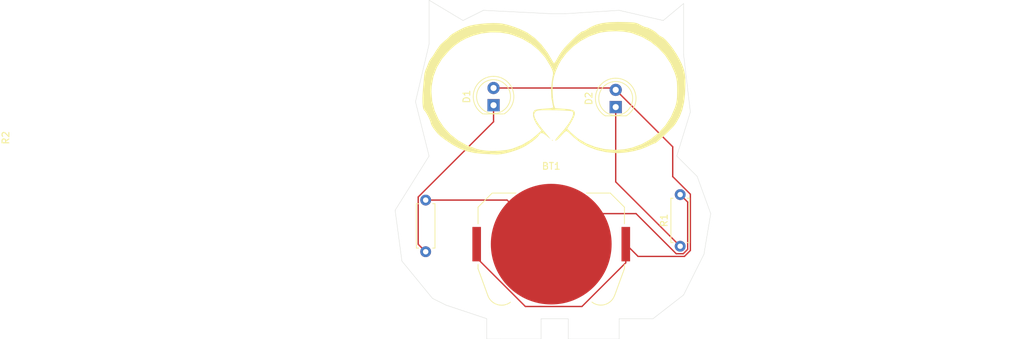
<source format=kicad_pcb>
(kicad_pcb (version 20241229) (generator "pcbnew") (generator_version "9.0")
  (layers (0 "F.Cu" signal) (2 "B.Cu" signal) (13 "F.Paste" user) (15 "B.Paste" user) (5 "F.SilkS" user "F.Silkscreen") (7 "B.SilkS" user "B.Silkscreen") (1 "F.Mask" user) (3 "B.Mask" user) (25 "Edge.Cuts" user))
  (net 0 "")
  (net 1 "Net-(BT1-+)")
  (net 2 "Net-(BT1--)")
  (net 3 "Net-(D1-K)")
  (net 4 "Net-(D2-K)")
  (footprint "Resistor_THT:R_Axial_DIN0207_L6.3mm_D2.5mm_P7.62mm_Horizontal" (layer "F.Cu") (at 173 103.12 90)
    (property "Reference" "R2" (at 16.81 -61.87 90) (layer "F.SilkS"))
    (property "Value" "R")
    (fp_line (start 7.08 -1.37) (end 7.08 -1.04) (stroke (width 0.12)) (layer "F.SilkS"))
    (fp_line (start 0.54 -1.37) (end 7.08 -1.37) (stroke (width 0.12)) (layer "F.SilkS"))
    (fp_line (start 0.54 -1.04) (end 0.54 -1.37) (stroke (width 0.12)) (layer "F.SilkS"))
    (fp_line (start 0.54 1.04) (end 0.54 1.37) (stroke (width 0.12)) (layer "F.SilkS"))
    (fp_line (start 7.08 1.37) (end 7.08 1.04) (stroke (width 0.12)) (layer "F.SilkS"))
    (fp_line (start 0.54 1.37) (end 7.08 1.37) (stroke (width 0.12)) (layer "F.SilkS"))
    (pad "1" thru_hole circle (at 0 0 90) (size 1.6 1.6) (drill 0.8) (layers "*.Cu" "*.Mask") (net 3 "Net-(D1-K)"))
    (pad "2" thru_hole circle (at 7.62 0 90) (size 1.6 1.6) (drill 0.8) (layers "*.Cu" "*.Mask") (net 2 "Net-(BT1--)"))
  )
  (footprint "Resistor_THT:R_Axial_DIN0207_L6.3mm_D2.5mm_P7.62mm_Horizontal" (layer "F.Cu") (at 210.5 102.31 90)
    (property "Reference" "R1" (at 3.81 -2.37 90) (layer "F.SilkS"))
    (property "Value" "R")
    (fp_line (start 7.08 -1.37) (end 7.08 -1.04) (stroke (width 0.12)) (layer "F.SilkS"))
    (fp_line (start 0.54 -1.37) (end 7.08 -1.37) (stroke (width 0.12)) (layer "F.SilkS"))
    (fp_line (start 0.54 -1.04) (end 0.54 -1.37) (stroke (width 0.12)) (layer "F.SilkS"))
    (fp_line (start 0.54 1.04) (end 0.54 1.37) (stroke (width 0.12)) (layer "F.SilkS"))
    (fp_line (start 7.08 1.37) (end 7.08 1.04) (stroke (width 0.12)) (layer "F.SilkS"))
    (fp_line (start 0.54 1.37) (end 7.08 1.37) (stroke (width 0.12)) (layer "F.SilkS"))
    (pad "1" thru_hole circle (at 0 0 90) (size 1.6 1.6) (drill 0.8) (layers "*.Cu" "*.Mask") (net 4 "Net-(D2-K)"))
    (pad "2" thru_hole circle (at 7.62 0 90) (size 1.6 1.6) (drill 0.8) (layers "*.Cu" "*.Mask") (net 2 "Net-(BT1--)"))
  )
  (footprint "LOGO" (layer "F.Cu") (at 192 79)
    (property "Reference" "G***" (hide yes))
    (property "Value" "LOGO" (hide yes))
    (fp_poly (pts (xy -0.23638 7.650084) (xy -0.254079 7.726735) (xy -0.322336 7.73604) (xy -0.428463 7.688865) (xy -0.408292 7.650084) (xy -0.255277 7.634653)) (fill yes) (layer "F.SilkS"))
    (fp_poly (pts (xy 9.883271 -9.780259) (xy 10.671326 -9.761272) (xy 11.24963 -9.739028) (xy 11.666269 -9.706428) (xy 11.969333 -9.656369) (xy 12.206908 -9.581751) (xy 12.427082 -9.475471) (xy 12.594024 -9.37995) (xy 12.971132 -9.179678) (xy 13.283154 -9.05112) (xy 13.404148 -9.025381) (xy 13.702847 -8.953055) (xy 14.114407 -8.768799) (xy 14.550271 -8.521701) (xy 14.921881 -8.260849) (xy 15.109689 -8.080015) (xy 15.378553 -7.823811) (xy 15.628876 -7.683192) (xy 15.999115 -7.469932) (xy 16.444011 -7.063178) (xy 16.933425 -6.505047) (xy 17.43722 -5.83766) (xy 17.925256 -5.103135) (xy 18.367394 -4.34359) (xy 18.733497 -3.601145) (xy 18.956377 -3.032995) (xy 19.107345 -2.53643) (xy 19.202477 -2.07702) (xy 19.253146 -1.567639) (xy 19.270725 -0.92116) (xy 19.271096 -0.621937) (xy 19.219353 0.849149) (xy 19.067204 2.118323) (xy 18.804483 3.225236) (xy 18.421025 4.209537) (xy 17.906668 5.110876) (xy 17.73999 5.350761) (xy 17.516586 5.619216) (xy 17.17216 5.985283) (xy 16.747197 6.411003) (xy 16.282178 6.858416) (xy 15.817587 7.289564) (xy 15.393908 7.666487) (xy 15.051622 7.951228) (xy 14.831213 8.105826) (xy 14.783569 8.122842) (xy 14.615383 8.176915) (xy 14.278693 8.321242) (xy 13.834746 8.528982) (xy 13.64424 8.622145) (xy 12.752894 8.979721) (xy 11.699874 9.267662) (xy 10.576295 9.467271) (xy 9.47327 9.55985) (xy 9.060423 9.562766) (xy 7.630022 9.438573) (xy 6.24984 9.130286) (xy 4.963308 8.654503) (xy 3.813858 8.027824) (xy 2.844922 7.266851) (xy 2.712109 7.136346) (xy 2.335776 6.770835) (xy 2.015295 6.489483) (xy 1.800461 6.334775) (xy 1.752738 6.317766) (xy 1.63392 6.35477) (xy 1.462632 6.48681) (xy 1.205523 6.745424) (xy 0.829241 7.162152) (xy 0.678975 7.333181) (xy 0.409471 7.587569) (xy 0.17054 7.726996) (xy 0.118933 7.73604) (xy 0.097249 7.651169) (xy 0.254218 7.406875) (xy 0.579008 7.018636) (xy 0.762074 6.817219) (xy 1.423731 6.057832) (xy 1.966287 5.344274) (xy 2.375682 4.701718) (xy 2.637862 4.155336) (xy 2.738769 3.730303) (xy 2.664347 3.451791) (xy 2.650046 3.436241) (xy 2.45234 3.373022) (xy 1.997229 3.321534) (xy 1.284908 3.281789) (xy 0.315576 3.253802) (xy -0.019616 3.247791) (xy -0.899463 3.236026) (xy -1.558148 3.234158) (xy -2.03227 3.244585) (xy -2.358425 3.269703) (xy -2.573212 3.311909) (xy -2.713228 3.373601) (xy -2.785553 3.428942) (xy -2.975232 3.690493) (xy -3.02995 3.892289) (xy -2.937864 4.279974) (xy -2.675722 4.805991) (xy -2.264701 5.435678) (xy -1.725978 6.134376) (xy -1.488976 6.414466) (xy -1.121993 6.842396) (xy -0.833287 7.188069) (xy -0.655066 7.412308) (xy -0.61448 7.478172) (xy -0.729223 7.399928) (xy -0.97218 7.199134) (xy -1.169219 7.027004) (xy -1.604132 6.698716) (xy -1.931128 6.592911) (xy -2.168076 6.706967) (xy -2.268021 6.865735) (xy -2.48444 7.155198) (xy -2.875798 7.520769) (xy -3.387322 7.921387) (xy -3.964237 8.315993) (xy -4.551771 8.663529) (xy -4.899493 8.838342) (xy -5.627751 9.134143) (xy -6.431483 9.395109) (xy -7.23502 9.601913) (xy -7.962695 9.735232) (xy -8.538838 9.775741) (xy -8.566427 9.774819) (xy -8.939198 9.757793) (xy -9.487999 9.730628) (xy -10.131384 9.697427) (xy -10.637057 9.670492) (xy -11.82786 9.547853) (xy -12.922147 9.301709) (xy -13.969748 8.911059) (xy -15.020494 8.354902) (xy -16.124217 7.612237) (xy -16.856243 7.049504) (xy -17.183865 6.740676) (xy -17.532468 6.338991) (xy -17.855177 5.908461) (xy -18.105112 5.513094) (xy -18.235397 5.216902) (xy -18.244163 5.154324) (xy -18.302442 4.913541) (xy -18.452165 4.545541) (xy -18.65566 4.123738) (xy -18.875255 3.721545) (xy -19.073278 3.412376) (xy -19.211085 3.270008) (xy -19.338606 3.0919) (xy -19.42673 2.692822) (xy -19.473375 2.106955) (xy -19.47646 1.368482) (xy -19.434109 0.515735) (xy -18.152615 0.515735) (xy -18.028627 1.946392) (xy -17.668433 3.310762) (xy -17.089683 4.587855) (xy -16.310029 5.756682) (xy -15.347123 6.796251) (xy -14.218616 7.685573) (xy -12.942159 8.403658) (xy -11.535404 8.929516) (xy -10.951564 9.078793) (xy -10.108831 9.202848) (xy -9.126075 9.245843) (xy -8.097595 9.21138) (xy -7.117693 9.103064) (xy -6.28067 8.924498) (xy -6.188833 8.896804) (xy -4.828301 8.358569) (xy -3.605412 7.650614) (xy -2.744412 6.966689) (xy -1.942017 6.22869) (xy -2.298745 5.804742) (xy -2.726627 5.207265) (xy -3.023706 4.607924) (xy -3.176733 4.0534) (xy -3.17246 3.590372) (xy -3.014771 3.281847) (xy -2.796939 3.171438) (xy -2.376272 3.086054) (xy -1.728905 3.021358) (xy -1.497467 3.005975) (xy -0.904396 2.966861) (xy -0.525181 2.928443) (xy -0.316133 2.878512) (xy -0.233563 2.804855) (xy -0.233783 2.695263) (xy -0.24301 2.655358) (xy -0.471795 1.429019) (xy -0.526946 0.220608) (xy -0.508198 0.01638) (xy -0.304421 0.01638) (xy -0.288387 0.706684) (xy -0.248225 1.330686) (xy -0.190202 1.89801) (xy -0.12301 2.335089) (xy -0.072906 2.530333) (xy 0.078458 2.933255) (xy 1.362011 3.024254) (xy 2.069487 3.090342) (xy 2.552108 3.183031) (xy 2.842758 3.320678) (xy 2.974318 3.521639) (xy 2.979672 3.804268) (xy 2.959843 3.916204) (xy 2.850214 4.226565) (xy 2.641411 4.65984) (xy 2.377669 5.124633) (xy 2.365283 5.144719) (xy 1.85431 5.97015) (xy 2.409896 6.536466) (xy 3.448251 7.416445) (xy 4.645697 8.121929) (xy 5.962974 8.643205) (xy 7.360822 8.970562) (xy 8.799984 9.094286) (xy 10.241198 9.004665) (xy 11.40713 8.762335) (xy 12.85151 8.230242) (xy 14.168286 7.486921) (xy 15.336656 6.552014) (xy 16.335818 5.445164) (xy 17.144971 4.186015) (xy 17.743312 2.79421) (xy 17.75069 2.772081) (xy 17.889745 2.303162) (xy 17.979265 1.849845) (xy 18.028976 1.332588) (xy 18.048604 0.67185) (xy 18.050216 0.322334) (xy 18.04293 -0.388406) (xy 18.013368 -0.924853) (xy 17.949817 -1.370366) (xy 17.840566 -1.808303) (xy 17.681946 -2.298596) (xy 17.09229 -3.629886) (xy 16.287544 -4.847882) (xy 15.294544 -5.928556) (xy 14.140126 -6.847877) (xy 12.851125 -7.581817) (xy 11.454376 -8.106346) (xy 11.088324 -8.202707) (xy 10.121578 -8.360265) (xy 9.024515 -8.416352) (xy 7.903261 -8.372407) (xy 6.86394 -8.229872) (xy 6.474199 -8.140107) (xy 5.133872 -7.666624) (xy 3.870392 -6.993006) (xy 2.722138 -6.149687) (xy 1.727487 -5.1671) (xy 0.924818 -4.075677) (xy 0.598953 -3.481219) (xy 0.176959 -2.537207) (xy -0.101282 -1.700892) (xy -0.255249 -0.88034) (xy -0.304421 0.01638) (xy -0.508198 0.01638) (xy -0.409702 -1.056562) (xy -0.304566 -1.658823) (xy -0.24328 -2.020439) (xy -0.239715 -2.300973) (xy -0.310927 -2.586333) (xy -0.473969 -2.962428) (xy -0.624513 -3.270498) (xy -1.374038 -4.498322) (xy -2.328361 -5.588255) (xy -3.463845 -6.522051) (xy -4.756856 -7.281461) (xy -6.183758 -7.848239) (xy -6.765782 -8.011718) (xy -8.053259 -8.22035) (xy -9.423625 -8.241095) (xy -10.787676 -8.078111) (xy -11.960076 -7.769565) (xy -12.978657 -7.370849) (xy -13.844994 -6.915548) (xy -14.645285 -6.349536) (xy -15.465733 -5.618686) (xy -15.609428 -5.478098) (xy -16.585593 -4.3423) (xy -17.331709 -3.098428) (xy -17.841866 -1.76041) (xy -18.110157 -0.34217) (xy -18.152615 0.515735) (xy -19.434109 0.515735) (xy -19.433903 0.511585) (xy -19.402318 0.128933) (xy -19.342651 -0.522553) (xy -19.287011 -1.133829) (xy -19.242445 -1.627242) (xy -19.219727 -1.882389) (xy -19.140647 -2.329088) (xy -19.007005 -2.73612) (xy -18.983878 -2.784927) (xy -18.812938 -3.169707) (xy -18.649578 -3.60775) (xy -18.636168 -3.648564) (xy -18.457422 -4.054934) (xy -18.228931 -4.402831) (xy -18.199892 -4.435528) (xy -17.995864 -4.700072) (xy -17.731163 -5.104574) (xy -17.470559 -5.548352) (xy -16.875641 -6.389808) (xy -16.286261 -6.935243) (xy -15.915484 -7.239389) (xy -15.631617 -7.500486) (xy -15.492816 -7.664802) (xy -15.490261 -7.670695) (xy -15.339656 -7.828061) (xy -15.006339 -8.061433) (xy -14.542389 -8.340198) (xy -13.999887 -8.633742) (xy -13.430913 -8.911452) (xy -13.215737 -9.007703) (xy -12.604621 -9.208949) (xy -11.807558 -9.378394) (xy -10.895263 -9.509179) (xy -9.938448 -9.594439) (xy -9.007826 -9.627315) (xy -8.174111 -9.600943) (xy -7.688826 -9.544027) (xy -6.901321 -9.362391) (xy -6.002563 -9.078139) (xy -5.097254 -8.729574) (xy -4.290098 -8.355003) (xy -3.993691 -8.192214) (xy -2.934064 -7.433667) (xy -1.939828 -6.446595) (xy -1.03382 -5.256805) (xy -0.310952 -4.030598) (xy -0.185847 -3.810437) (xy -0.080837 -3.73012) (xy 0.039572 -3.812239) (xy 0.210875 -4.079388) (xy 0.446437 -4.512691) (xy 0.728347 -4.990801) (xy 1.055594 -5.478903) (xy 1.151669 -5.60863) (xy 1.465248 -5.985044) (xy 1.87282 -6.428346) (xy 2.334767 -6.90074) (xy 2.811469 -7.364431) (xy 3.263306 -7.781625) (xy 3.65066 -8.114526) (xy 3.93391 -8.32534) (xy 4.057567 -8.380711) (xy 4.29776 -8.450081) (xy 4.634622 -8.624502) (xy 4.770266 -8.711173) (xy 5.47154 -9.121811) (xy 6.2278 -9.42562) (xy 7.082574 -9.631701) (xy 8.079388 -9.749154) (xy 9.261771 -9.787083)) (fill yes) (layer "F.SilkS"))
  )
  (footprint "LED_THT:LED_D5.0mm" (layer "F.Cu") (at 201 81.775 90)
    (property "Reference" "D2" (at 1.27 -3.96 90) (layer "F.SilkS"))
    (property "Value" "LED")
    (fp_line (start -1.29 -1.545) (end -1.29 1.545) (stroke (width 0.12)) (layer "F.SilkS"))
    (fp_arc (start -1.29 -1.54483) (mid 2.071779 -2.880495) (end 4.26 0) (stroke (width 0.12)) (layer "F.SilkS"))
    (fp_arc (start 4.26 0) (mid 2.071779 2.880495) (end -1.29 1.54483) (stroke (width 0.12)) (layer "F.SilkS"))
    (fp_circle (center 1.27 0) (end 3.77 0) (stroke (width 0.12)) (fill no) (layer "F.SilkS"))
    (pad "1" thru_hole rect (at 0 0 90) (size 1.8 1.8) (drill 0.9) (layers "*.Cu" "*.Mask") (net 4 "Net-(D2-K)"))
    (pad "2" thru_hole circle (at 2.54 0 90) (size 1.8 1.8) (drill 0.9) (layers "*.Cu" "*.Mask") (net 1 "Net-(BT1-+)"))
  )
  (footprint "Battery:BatteryHolder_Keystone_3034_1x20mm" (layer "F.Cu") (at 191.5 102)
    (property "Reference" "BT1" (at 0 -11.5 0) (layer "F.SilkS"))
    (property "Value" "Battery_Cell")
    (fp_line (start -10.78 -5.46) (end -10.78 -3) (stroke (width 0.12)) (layer "F.SilkS"))
    (fp_line (start -10.78 3) (end -10.78 3.63) (stroke (width 0.12)) (layer "F.SilkS"))
    (fp_line (start -10.78 3.63) (end -9.34 7.58) (stroke (width 0.12)) (layer "F.SilkS"))
    (fp_line (start -8.7 -7.54) (end -10.78 -5.46) (stroke (width 0.12)) (layer "F.SilkS"))
    (fp_line (start -5.2 -7.54) (end -8.7 -7.54) (stroke (width 0.12)) (layer "F.SilkS"))
    (fp_line (start 8.7 -7.54) (end 5.2 -7.54) (stroke (width 0.12)) (layer "F.SilkS"))
    (fp_line (start 8.7 -7.54) (end 10.78 -5.46) (stroke (width 0.12)) (layer "F.SilkS"))
    (fp_line (start 10.78 -5.46) (end 10.78 -3) (stroke (width 0.12)) (layer "F.SilkS"))
    (fp_line (start 10.78 3) (end 10.78 3.63) (stroke (width 0.12)) (layer "F.SilkS"))
    (fp_line (start 10.78 3.63) (end 9.34 7.58) (stroke (width 0.12)) (layer "F.SilkS"))
    (fp_arc (start -6.003354 8.56653) (mid -7.921654 8.918738) (end -9.34 7.58) (stroke (width 0.12)) (layer "F.SilkS"))
    (fp_arc (start 9.325243 7.588169) (mid 7.90634 8.911668) (end 6 8.55) (stroke (width 0.12)) (layer "F.SilkS"))
    (pad "1" smd rect (at -10.985 0) (size 1.27 5.08) (layers "F.Cu" "F.Mask" "F.Paste") (net 1 "Net-(BT1-+)"))
    (pad "1" smd rect (at 10.985 0) (size 1.27 5.08) (layers "F.Cu" "F.Mask" "F.Paste") (net 1 "Net-(BT1-+)"))
    (pad "2" smd circle (at 0 0) (size 17.8 17.8) (layers "F.Cu" "F.Mask") (net 2 "Net-(BT1--)"))
  )
  (footprint "LED_THT:LED_D5.0mm" (layer "F.Cu") (at 183 81.5 90)
    (property "Reference" "D1" (at 1.27 -3.96 90) (layer "F.SilkS"))
    (property "Value" "LED")
    (fp_line (start -1.29 -1.545) (end -1.29 1.545) (stroke (width 0.12)) (layer "F.SilkS"))
    (fp_arc (start -1.29 -1.54483) (mid 2.071779 -2.880495) (end 4.26 0) (stroke (width 0.12)) (layer "F.SilkS"))
    (fp_arc (start 4.26 0) (mid 2.071779 2.880495) (end -1.29 1.54483) (stroke (width 0.12)) (layer "F.SilkS"))
    (fp_circle (center 1.27 0) (end 3.77 0) (stroke (width 0.12)) (fill no) (layer "F.SilkS"))
    (pad "1" thru_hole rect (at 0 0 90) (size 1.8 1.8) (drill 0.9) (layers "*.Cu" "*.Mask") (net 3 "Net-(D1-K)"))
    (pad "2" thru_hole circle (at 2.54 0 90) (size 1.8 1.8) (drill 0.9) (layers "*.Cu" "*.Mask") (net 1 "Net-(BT1-+)"))
  )
  (gr_line (start 176 111) (end 182 113) (stroke (width 0.05)) (layer "Edge.Cuts"))
  (gr_line (start 190 113) (end 194 113) (stroke (width 0.05)) (layer "Edge.Cuts"))
  (gr_line (start 214 103.5) (end 215 97.5) (stroke (width 0.05)) (layer "Edge.Cuts"))
  (gr_line (start 212 82.5) (end 211 74) (stroke (width 0.05)) (layer "Edge.Cuts"))
  (gr_line (start 194 116) (end 194 113) (stroke (width 0.05)) (layer "Edge.Cuts"))
  (gr_line (start 211 74) (end 211 66.5) (stroke (width 0.05)) (layer "Edge.Cuts"))
  (gr_line (start 213 92) (end 210 89) (stroke (width 0.05)) (layer "Edge.Cuts"))
  (gr_line (start 178.5 69) (end 173.5 66) (stroke (width 0.05)) (layer "Edge.Cuts"))
  (gr_line (start 171.5 81) (end 173.5 72.5) (stroke (width 0.05)) (layer "Edge.Cuts"))
  (gr_line (start 190 116) (end 190 113) (stroke (width 0.05)) (layer "Edge.Cuts"))
  (gr_line (start 181.5 67.5) (end 178.5 69) (stroke (width 0.05)) (layer "Edge.Cuts"))
  (gr_line (start 169.5 104.5) (end 174 110) (stroke (width 0.05)) (layer "Edge.Cuts"))
  (gr_line (start 182 115) (end 182 116) (stroke (width 0.05)) (layer "Edge.Cuts"))
  (gr_line (start 206.5 113) (end 201.5 113) (stroke (width 0.05)) (layer "Edge.Cuts"))
  (gr_line (start 173.5 89) (end 168.5 97) (stroke (width 0.05)) (layer "Edge.Cuts"))
  (gr_line (start 181.5 67.5) (end 191.5 68) (stroke (width 0.05)) (layer "Edge.Cuts"))
  (gr_line (start 173.5 66) (end 173.5 72.5) (stroke (width 0.05)) (layer "Edge.Cuts"))
  (gr_line (start 210 89) (end 212 82.5) (stroke (width 0.05)) (layer "Edge.Cuts"))
  (gr_line (start 206.5 113) (end 211 109.5) (stroke (width 0.05)) (layer "Edge.Cuts"))
  (gr_line (start 193.5 68) (end 191.5 68) (stroke (width 0.05)) (layer "Edge.Cuts"))
  (gr_line (start 215 97.5) (end 213 92) (stroke (width 0.05)) (layer "Edge.Cuts"))
  (gr_line (start 184 116) (end 190 116) (stroke (width 0.05)) (layer "Edge.Cuts"))
  (gr_line (start 184 116) (end 182 116) (stroke (width 0.05)) (layer "Edge.Cuts"))
  (gr_line (start 208 69) (end 201.5 67.5) (stroke (width 0.05)) (layer "Edge.Cuts"))
  (gr_line (start 211 66.5) (end 208 69) (stroke (width 0.05)) (layer "Edge.Cuts"))
  (gr_line (start 174 110) (end 176 111) (stroke (width 0.05)) (layer "Edge.Cuts"))
  (gr_line (start 211 109.5) (end 214 103.5) (stroke (width 0.05)) (layer "Edge.Cuts"))
  (gr_line (start 201.5 116) (end 201.5 113) (stroke (width 0.05)) (layer "Edge.Cuts"))
  (gr_line (start 182 113) (end 182 115) (stroke (width 0.05)) (layer "Edge.Cuts"))
  (gr_line (start 171.5 81) (end 173.5 89) (stroke (width 0.05)) (layer "Edge.Cuts"))
  (gr_line (start 194 116) (end 201.5 116) (stroke (width 0.05)) (layer "Edge.Cuts"))
  (gr_line (start 168.5 97) (end 169.5 104.5) (stroke (width 0.05)) (layer "Edge.Cuts"))
  (gr_line (start 201.5 67.5) (end 193.5 68) (stroke (width 0.05)) (layer "Edge.Cuts"))
  (segment (start 211.12215 103.812) (end 204.297 103.812) (width 0.2) (layer "F.Cu") (net 1))
  (segment (start 180.515 104.027179) (end 180.515 102) (width 0.2) (layer "F.Cu") (net 1))
  (segment (start 202.485 102) (end 202.485 104.74) (width 0.2) (layer "F.Cu") (net 1))
  (segment (start 204.297 103.812) (end 202.485 102) (width 0.2) (layer "F.Cu") (net 1))
  (segment (start 202.485 104.74) (end 196.024 111.201) (width 0.2) (layer "F.Cu") (net 1))
  (segment (start 187.688821 111.201) (end 180.515 104.027179) (width 0.2) (layer "F.Cu") (net 1))
  (segment (start 209.399 92.03195) (end 212.002 94.63495) (width 0.2) (layer "F.Cu") (net 1))
  (segment (start 212.002 102.93215) (end 211.12215 103.812) (width 0.2) (layer "F.Cu") (net 1))
  (segment (start 212.002 94.63495) (end 212.002 102.93215) (width 0.2) (layer "F.Cu") (net 1))
  (segment (start 183 78.96) (end 200.725 78.96) (width 0.2) (layer "F.Cu") (net 1))
  (segment (start 196.024 111.201) (end 187.688821 111.201) (width 0.2) (layer "F.Cu") (net 1))
  (segment (start 200.725 78.96) (end 201 79.235) (width 0.2) (layer "F.Cu") (net 1))
  (segment (start 201 79.235) (end 209.399 87.634) (width 0.2) (layer "F.Cu") (net 1))
  (segment (start 209.399 87.634) (end 209.399 92.03195) (width 0.2) (layer "F.Cu") (net 1))
  (segment (start 196 97.5) (end 191.5 102) (width 0.2) (layer "F.Cu") (net 2))
  (segment (start 210.95605 103.411) (end 209.911 103.411) (width 0.2) (layer "F.Cu") (net 2))
  (segment (start 211.601 102.76605) (end 210.95605 103.411) (width 0.2) (layer "F.Cu") (net 2))
  (segment (start 185 95.5) (end 191.5 102) (width 0.2) (layer "F.Cu") (net 2))
  (segment (start 209.911 103.411) (end 204 97.5) (width 0.2) (layer "F.Cu") (net 2))
  (segment (start 204 97.5) (end 196 97.5) (width 0.2) (layer "F.Cu") (net 2))
  (segment (start 211.601 95.791) (end 211.601 102.76605) (width 0.2) (layer "F.Cu") (net 2))
  (segment (start 210.5 94.69) (end 211.601 95.791) (width 0.2) (layer "F.Cu") (net 2))
  (segment (start 173 95.5) (end 185 95.5) (width 0.2) (layer "F.Cu") (net 2))
  (segment (start 171.899 95.04395) (end 183 83.94295) (width 0.2) (layer "F.Cu") (net 3))
  (segment (start 173 103.12) (end 171.899 102.019) (width 0.2) (layer "F.Cu") (net 3))
  (segment (start 171.899 102.019) (end 171.899 95.04395) (width 0.2) (layer "F.Cu") (net 3))
  (segment (start 183 83.94295) (end 183 81.5) (width 0.2) (layer "F.Cu") (net 3))
  (segment (start 210.5 102.31) (end 201 92.81) (width 0.2) (layer "F.Cu") (net 4))
  (segment (start 201 92.81) (end 201 81.775) (width 0.2) (layer "F.Cu") (net 4))
)
</source>
